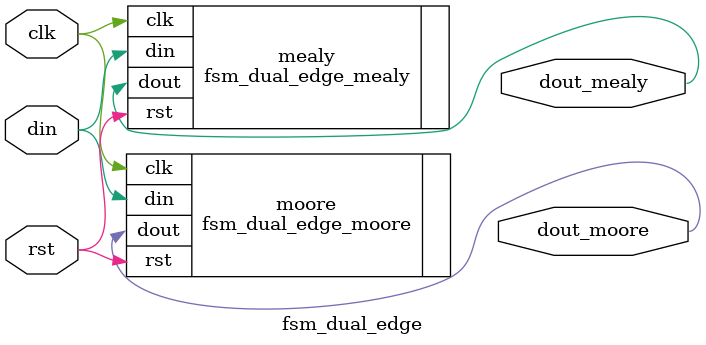
<source format=sv>
`timescale 1ns/1ns 
module fsm_dual_edge(/*AUTOARG*/
   // Outputs
   dout_moore, dout_mealy,
   // Inputs
   clk, rst, din
   );
   input clk;
   input rst;
   input din;
   output dout_moore;
   output dout_mealy;
   
/*AUTOREG*/ 
/*AUTOWIRE*/ 
// Beginning of automatic wires (for undeclared instantiated-module outputs)
wire			dout_moore;			// From moore of fsm_dual_edge_moore.v, ...
wire			dout_mealy;			// From moore of fsm_dual_edge_mealy.v, ...
// End of automatics
 fsm_dual_edge_moore moore (/*AUTOINST*/
			    // Outputs
			    .dout		(dout_moore),
			    // Inputs
			    .clk		(clk),
			    .rst		(rst),
			    .din		(din)); 
 fsm_dual_edge_mealy mealy (/*AUTOINST*/
			    // Outputs
			    .dout		(dout_mealy),
			    // Inputs
			    .clk		(clk),
			    .rst		(rst),
			    .din		(din)); 
endmodule 
// Local Variables: 
// Verilog-Library-Directories: (".")
// End: 

</source>
